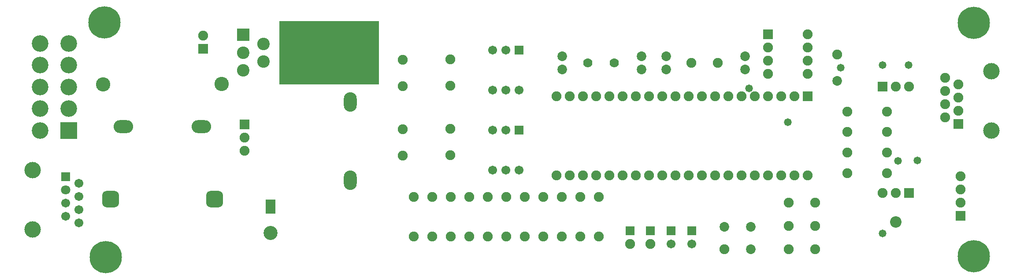
<source format=gts>
%FSLAX24Y24*%
%MOIN*%
G70*
G01*
G75*
G04 Layer_Color=8388736*
%ADD10C,0.0472*%
%ADD11C,0.0315*%
%ADD12C,0.0591*%
%ADD13R,0.7480X0.4724*%
%ADD14C,0.1181*%
%ADD15R,0.1181X0.1181*%
%ADD16C,0.1969*%
%ADD17C,0.0866*%
%ADD18R,0.0866X0.0866*%
%ADD19C,0.0669*%
%ADD20R,0.0669X0.0669*%
%ADD21C,0.0591*%
%ADD22R,0.0591X0.0591*%
%ADD23C,0.0650*%
%ADD24O,0.0900X0.1400*%
%ADD25O,0.1400X0.0900*%
G04:AMPARAMS|DCode=26|XSize=118.1mil|YSize=118.1mil|CornerRadius=29.5mil|HoleSize=0mil|Usage=FLASHONLY|Rotation=0.000|XOffset=0mil|YOffset=0mil|HoleType=Round|Shape=RoundedRectangle|*
%AMROUNDEDRECTD26*
21,1,0.1181,0.0591,0,0,0.0*
21,1,0.0591,0.1181,0,0,0.0*
1,1,0.0591,0.0295,-0.0295*
1,1,0.0591,-0.0295,-0.0295*
1,1,0.0591,-0.0295,0.0295*
1,1,0.0591,0.0295,0.0295*
%
%ADD26ROUNDEDRECTD26*%
%ADD27C,0.1000*%
%ADD28R,0.0669X0.0984*%
%ADD29C,0.0984*%
%ADD30C,0.1161*%
%ADD31R,0.0591X0.0591*%
%ADD32R,0.0669X0.0669*%
%ADD33C,0.2362*%
%ADD34C,0.0620*%
%ADD35C,0.0591*%
%ADD36C,0.0630*%
%ADD37C,0.0500*%
%ADD38C,0.0787*%
%ADD39C,0.0236*%
%ADD40C,0.0709*%
%ADD41C,0.0197*%
%ADD42C,0.0079*%
%ADD43C,0.0039*%
%ADD44C,0.0098*%
%ADD45C,0.0100*%
%ADD46C,0.0060*%
%ADD47C,0.0120*%
%ADD48C,0.0030*%
%ADD49C,0.0080*%
%ADD50R,0.0300X0.0219*%
%ADD51R,0.0300X0.0252*%
%ADD52R,0.2008X0.0300*%
%ADD53R,0.0219X0.0300*%
%ADD54R,0.0252X0.0300*%
%ADD55R,0.0300X0.2008*%
%ADD56R,0.7560X0.4804*%
%ADD57C,0.1261*%
%ADD58R,0.1261X0.1261*%
%ADD59C,0.2049*%
%ADD60C,0.0946*%
%ADD61R,0.0946X0.0946*%
%ADD62C,0.0749*%
%ADD63R,0.0749X0.0749*%
%ADD64C,0.0671*%
%ADD65R,0.0671X0.0671*%
%ADD66C,0.0730*%
%ADD67O,0.0980X0.1480*%
%ADD68O,0.1480X0.0980*%
G04:AMPARAMS|DCode=69|XSize=126.1mil|YSize=126.1mil|CornerRadius=33.5mil|HoleSize=0mil|Usage=FLASHONLY|Rotation=0.000|XOffset=0mil|YOffset=0mil|HoleType=Round|Shape=RoundedRectangle|*
%AMROUNDEDRECTD69*
21,1,0.1261,0.0591,0,0,0.0*
21,1,0.0591,0.1261,0,0,0.0*
1,1,0.0671,0.0295,-0.0295*
1,1,0.0671,-0.0295,-0.0295*
1,1,0.0671,-0.0295,0.0295*
1,1,0.0671,0.0295,0.0295*
%
%ADD69ROUNDEDRECTD69*%
%ADD70C,0.1080*%
%ADD71R,0.0749X0.1064*%
%ADD72C,0.1064*%
%ADD73C,0.1241*%
%ADD74R,0.0671X0.0671*%
%ADD75R,0.0749X0.0749*%
%ADD76C,0.2442*%
%ADD77C,0.0700*%
%ADD78C,0.0671*%
%ADD79C,0.0710*%
%ADD80C,0.0580*%
%ADD81C,0.0867*%
D56*
X24867Y17330D02*
D03*
D57*
X3002Y11427D02*
D03*
Y13081D02*
D03*
Y14734D02*
D03*
Y16388D02*
D03*
X5167Y13081D02*
D03*
Y14734D02*
D03*
Y16388D02*
D03*
Y18041D02*
D03*
X3002D02*
D03*
D58*
X5167Y11427D02*
D03*
D59*
X26870Y17333D02*
D03*
D60*
X19903Y16670D02*
D03*
Y18008D02*
D03*
X18367Y16000D02*
D03*
Y17339D02*
D03*
D61*
Y18678D02*
D03*
D62*
X72648Y7951D02*
D03*
Y6951D02*
D03*
Y5951D02*
D03*
X42471Y3405D02*
D03*
Y6405D02*
D03*
X39670Y3405D02*
D03*
Y6405D02*
D03*
X35469Y3405D02*
D03*
Y6405D02*
D03*
X42068Y8031D02*
D03*
X43068D02*
D03*
X44068D02*
D03*
X45068D02*
D03*
X46068D02*
D03*
X47068D02*
D03*
X48068D02*
D03*
X49068D02*
D03*
X50068D02*
D03*
X51068D02*
D03*
X52068D02*
D03*
X53068D02*
D03*
X54068D02*
D03*
X55068D02*
D03*
X56068D02*
D03*
X57068D02*
D03*
X58068D02*
D03*
X59068D02*
D03*
X60068D02*
D03*
X61068D02*
D03*
X42068Y14031D02*
D03*
X43068D02*
D03*
X44068D02*
D03*
X45068D02*
D03*
X46068D02*
D03*
X47068D02*
D03*
X48068D02*
D03*
X49068D02*
D03*
X50068D02*
D03*
X51068D02*
D03*
X52068D02*
D03*
X53068D02*
D03*
X54068D02*
D03*
X55068D02*
D03*
X56068D02*
D03*
X57068D02*
D03*
X58068D02*
D03*
X59068D02*
D03*
X60068D02*
D03*
X64088Y11315D02*
D03*
X67088D02*
D03*
X64088Y9758D02*
D03*
X67088D02*
D03*
X34069Y3405D02*
D03*
Y6405D02*
D03*
X15354Y18628D02*
D03*
X71484Y15441D02*
D03*
Y12441D02*
D03*
X72484Y14941D02*
D03*
X71484Y14441D02*
D03*
Y13441D02*
D03*
X72484Y13941D02*
D03*
Y12941D02*
D03*
X49180Y2823D02*
D03*
X47624D02*
D03*
X54767Y2421D02*
D03*
X67742Y6683D02*
D03*
X66742D02*
D03*
X67742Y14764D02*
D03*
X68742D02*
D03*
X18472Y10904D02*
D03*
Y9904D02*
D03*
X59643Y2421D02*
D03*
X61643D02*
D03*
Y4196D02*
D03*
X59643D02*
D03*
X63318Y17191D02*
D03*
X30444Y11541D02*
D03*
Y9541D02*
D03*
X61643Y5971D02*
D03*
X59643D02*
D03*
X30444Y16784D02*
D03*
Y14784D02*
D03*
X67088Y12871D02*
D03*
X64088D02*
D03*
Y8201D02*
D03*
X67088D02*
D03*
X45272Y6405D02*
D03*
Y3405D02*
D03*
X52288Y16571D02*
D03*
X54288D02*
D03*
X34048Y11564D02*
D03*
Y9564D02*
D03*
Y16824D02*
D03*
Y14824D02*
D03*
X58088Y17731D02*
D03*
Y16731D02*
D03*
Y15731D02*
D03*
X61088Y18731D02*
D03*
Y17731D02*
D03*
Y16731D02*
D03*
Y15731D02*
D03*
X31268Y6405D02*
D03*
Y3405D02*
D03*
X32668Y6405D02*
D03*
Y3405D02*
D03*
X36869D02*
D03*
Y6405D02*
D03*
X38270Y3405D02*
D03*
Y6405D02*
D03*
X41071D02*
D03*
Y3405D02*
D03*
X43872Y6405D02*
D03*
Y3405D02*
D03*
D63*
X72648Y4951D02*
D03*
X61068Y14031D02*
D03*
X15354Y17628D02*
D03*
X72484Y11941D02*
D03*
X18472Y11904D02*
D03*
D64*
X37224Y17517D02*
D03*
X38224D02*
D03*
X37224Y14483D02*
D03*
X38224D02*
D03*
X39224D02*
D03*
X37224Y11475D02*
D03*
X38224D02*
D03*
X37224Y8441D02*
D03*
X38224D02*
D03*
X39224D02*
D03*
X5937Y4411D02*
D03*
Y7411D02*
D03*
X4937Y4911D02*
D03*
X5937Y5411D02*
D03*
Y6411D02*
D03*
X4937Y5911D02*
D03*
D65*
X39224Y17517D02*
D03*
Y11475D02*
D03*
X4937Y7911D02*
D03*
D66*
X54767Y4141D02*
D03*
X56767D02*
D03*
X48498Y17071D02*
D03*
Y16071D02*
D03*
X56338Y17071D02*
D03*
Y16071D02*
D03*
X50368D02*
D03*
Y17071D02*
D03*
X56767Y2421D02*
D03*
X63318Y15191D02*
D03*
X42508Y17071D02*
D03*
Y16071D02*
D03*
D67*
X26476Y7677D02*
D03*
Y13593D02*
D03*
D68*
X9301Y11722D02*
D03*
X15217D02*
D03*
D69*
X8322Y6211D02*
D03*
X16196D02*
D03*
D70*
X7784Y14938D02*
D03*
X16734Y14958D02*
D03*
D71*
X20433Y5659D02*
D03*
D72*
Y3659D02*
D03*
D73*
X74984Y11441D02*
D03*
Y15941D02*
D03*
X2437Y8411D02*
D03*
Y3911D02*
D03*
D74*
X49180Y3823D02*
D03*
X47624D02*
D03*
X50737D02*
D03*
X52294D02*
D03*
D75*
X68742Y6683D02*
D03*
X66742Y14764D02*
D03*
X58088Y18731D02*
D03*
D76*
X7887Y19615D02*
D03*
X7977Y1821D02*
D03*
X73622Y1880D02*
D03*
Y19596D02*
D03*
D77*
X46448Y16571D02*
D03*
X44448D02*
D03*
D78*
X50737Y2823D02*
D03*
X52294D02*
D03*
D79*
X4937Y6911D02*
D03*
D80*
X68711Y16407D02*
D03*
X66742D02*
D03*
X69360Y9144D02*
D03*
X67913Y9134D02*
D03*
X66730Y3622D02*
D03*
X59557Y12057D02*
D03*
X56654Y14624D02*
D03*
X63576Y16196D02*
D03*
D81*
X67726Y4508D02*
D03*
M02*

</source>
